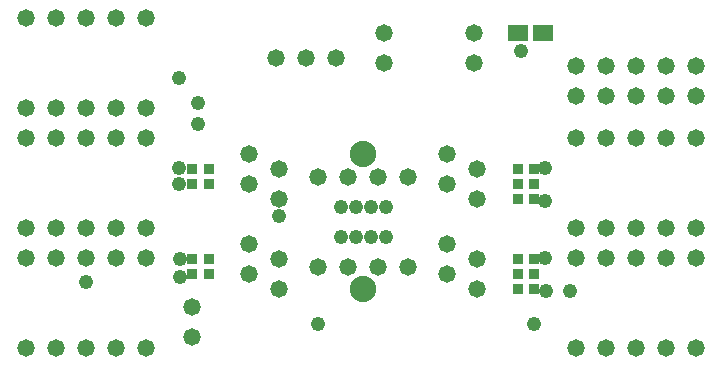
<source format=gts>
*%FSLAX25Y25*%
*%MOIN*%
G01*
%ADD11C,0.00100*%
%ADD12C,0.00700*%
%ADD13C,0.00733*%
%ADD14C,0.01000*%
%ADD15C,0.01200*%
%ADD16C,0.01500*%
%ADD17C,0.02000*%
%ADD18C,0.03000*%
%ADD19C,0.04000*%
%ADD20C,0.04800*%
%ADD21C,0.05000*%
%ADD22C,0.05800*%
%ADD23C,0.07000*%
%ADD24C,0.08000*%
%ADD25C,0.08800*%
%ADD26C,0.12000*%
%ADD27R,0.00967X0.00967*%
%ADD28R,0.01000X0.01000*%
%ADD29R,0.01386X0.01386*%
%ADD30R,0.01500X0.01500*%
%ADD31R,0.02000X0.02000*%
%ADD32R,0.02000X0.02000*%
%ADD33R,0.02500X0.02500*%
%ADD34R,0.02500X0.02500*%
%ADD35R,0.03000X0.03000*%
%ADD36R,0.03000X0.03000*%
%ADD37R,0.03500X0.03500*%
%ADD38R,0.03500X0.03500*%
%ADD39R,0.03800X0.03800*%
%ADD40R,0.04000X0.04000*%
%ADD41R,0.04000X0.04000*%
%ADD42R,0.04500X0.04500*%
%ADD43R,0.05000X0.05000*%
%ADD44R,0.05000X0.06000*%
%ADD45R,0.05000X0.05000*%
%ADD46R,0.05800X0.06800*%
%ADD47R,0.06000X0.05000*%
%ADD48R,0.06000X0.06000*%
%ADD49R,0.06800X0.05800*%
%ADD50R,0.08500X0.08500*%
%ADD51R,0.09000X0.09000*%
%ADD52R,0.10000X0.10000*%
D20*
X991300Y777500D02*
D03*
X986300D02*
D03*
X981300D02*
D03*
X996300Y787500D02*
D03*
X991300D02*
D03*
X986300D02*
D03*
X981300D02*
D03*
X996300Y777500D02*
D03*
X927300Y830500D02*
D03*
X960800Y784500D02*
D03*
X927300Y800500D02*
D03*
X973800Y748500D02*
D03*
X1045800D02*
D03*
X1049800Y759500D02*
D03*
X1049300Y770500D02*
D03*
Y800500D02*
D03*
Y789500D02*
D03*
X927800Y770000D02*
D03*
X927300Y795000D02*
D03*
X927800Y764000D02*
D03*
X896300Y762500D02*
D03*
X933800Y815000D02*
D03*
Y822000D02*
D03*
X1041300Y839500D02*
D03*
X1057800Y759500D02*
D03*
D22*
X973800Y767500D02*
D03*
X983800Y797500D02*
D03*
Y767500D02*
D03*
X993800D02*
D03*
X1003800Y797500D02*
D03*
X973800D02*
D03*
X1003800Y767500D02*
D03*
X993800Y797500D02*
D03*
X960800Y800000D02*
D03*
X916300Y820500D02*
D03*
Y850500D02*
D03*
X906300D02*
D03*
Y820500D02*
D03*
X886300D02*
D03*
Y850500D02*
D03*
X896300D02*
D03*
X876300D02*
D03*
Y820500D02*
D03*
X979800Y837000D02*
D03*
X959800D02*
D03*
X969800D02*
D03*
X1059800Y780500D02*
D03*
Y810500D02*
D03*
X1099800Y780500D02*
D03*
Y810500D02*
D03*
X876300Y780500D02*
D03*
Y810500D02*
D03*
X916300Y780500D02*
D03*
X906300D02*
D03*
X886300D02*
D03*
Y810500D02*
D03*
X906300D02*
D03*
X916300D02*
D03*
X876300Y770500D02*
D03*
Y740500D02*
D03*
X1016800Y765000D02*
D03*
Y795000D02*
D03*
X1026800Y800000D02*
D03*
X950800Y805000D02*
D03*
Y795000D02*
D03*
Y765000D02*
D03*
X896300Y770500D02*
D03*
X950800Y775000D02*
D03*
X960800Y770000D02*
D03*
Y760000D02*
D03*
Y790000D02*
D03*
X1026800D02*
D03*
Y760000D02*
D03*
Y770000D02*
D03*
X886300Y770500D02*
D03*
X906300D02*
D03*
X1016800Y775000D02*
D03*
Y805000D02*
D03*
X1069800Y780500D02*
D03*
Y810500D02*
D03*
X896300Y780500D02*
D03*
X1079800D02*
D03*
X916300Y740500D02*
D03*
Y770500D02*
D03*
X896300Y820500D02*
D03*
X1089800Y780500D02*
D03*
Y810500D02*
D03*
X896300Y740500D02*
D03*
Y810500D02*
D03*
X886300Y740500D02*
D03*
X906300D02*
D03*
X1079800Y810500D02*
D03*
X1059800Y834500D02*
D03*
X1069800D02*
D03*
X1059800Y824500D02*
D03*
X1099800Y834500D02*
D03*
X1089800D02*
D03*
X1079800D02*
D03*
X1099800Y824500D02*
D03*
X1089800D02*
D03*
X1079800D02*
D03*
X1069800D02*
D03*
X931800Y754000D02*
D03*
Y744000D02*
D03*
X1059800Y770500D02*
D03*
X1079800D02*
D03*
X1059800Y740500D02*
D03*
X1099800D02*
D03*
Y770500D02*
D03*
X1089800Y740500D02*
D03*
X1079800D02*
D03*
X1069800D02*
D03*
Y770500D02*
D03*
X1089800D02*
D03*
X1025800Y845500D02*
D03*
X995800Y835500D02*
D03*
Y845500D02*
D03*
X1025800Y835500D02*
D03*
D25*
X988800Y760000D02*
D03*
Y805000D02*
D03*
D39*
X1040300Y800000D02*
D03*
X937300Y795000D02*
D03*
X1040300Y765000D02*
D03*
X937300Y800000D02*
D03*
X1045800Y795000D02*
D03*
X1040300D02*
D03*
X931800Y800000D02*
D03*
X1045800Y765000D02*
D03*
Y770000D02*
D03*
Y800000D02*
D03*
X931800Y770000D02*
D03*
X937300Y765000D02*
D03*
Y770000D02*
D03*
X931800Y765000D02*
D03*
Y795000D02*
D03*
X1040300Y790000D02*
D03*
Y760000D02*
D03*
Y770000D02*
D03*
X1045800Y790000D02*
D03*
Y760000D02*
D03*
D49*
X1048800Y845500D02*
D03*
X1040300D02*
D03*
M02*

</source>
